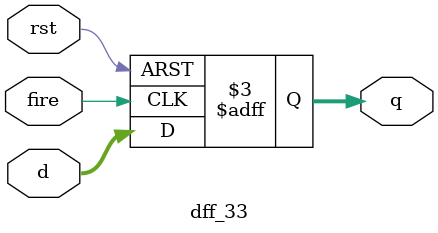
<source format=v>
`timescale 1ns / 1ps


module dff_33(
     input [32:0] d,
     input fire,rst,
     output reg [32:0] q
    );
    
    always @(posedge fire or negedge rst)
      if(rst==0)q <= 33'd0;
      else q <= d;   
endmodule

</source>
